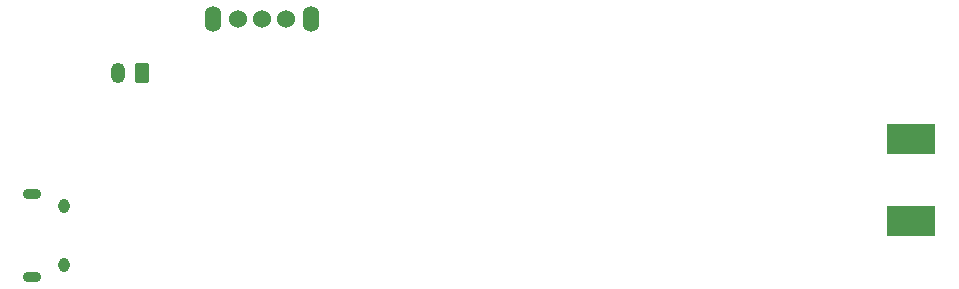
<source format=gbs>
G04 #@! TF.GenerationSoftware,KiCad,Pcbnew,(6.0.7)*
G04 #@! TF.CreationDate,2022-10-05T21:11:47-04:00*
G04 #@! TF.ProjectId,Dogometer_v1,446f676f-6d65-4746-9572-5f76312e6b69,rev?*
G04 #@! TF.SameCoordinates,Original*
G04 #@! TF.FileFunction,Soldermask,Bot*
G04 #@! TF.FilePolarity,Negative*
%FSLAX46Y46*%
G04 Gerber Fmt 4.6, Leading zero omitted, Abs format (unit mm)*
G04 Created by KiCad (PCBNEW (6.0.7)) date 2022-10-05 21:11:47*
%MOMM*%
%LPD*%
G01*
G04 APERTURE LIST*
G04 Aperture macros list*
%AMRoundRect*
0 Rectangle with rounded corners*
0 $1 Rounding radius*
0 $2 $3 $4 $5 $6 $7 $8 $9 X,Y pos of 4 corners*
0 Add a 4 corners polygon primitive as box body*
4,1,4,$2,$3,$4,$5,$6,$7,$8,$9,$2,$3,0*
0 Add four circle primitives for the rounded corners*
1,1,$1+$1,$2,$3*
1,1,$1+$1,$4,$5*
1,1,$1+$1,$6,$7*
1,1,$1+$1,$8,$9*
0 Add four rect primitives between the rounded corners*
20,1,$1+$1,$2,$3,$4,$5,0*
20,1,$1+$1,$4,$5,$6,$7,0*
20,1,$1+$1,$6,$7,$8,$9,0*
20,1,$1+$1,$8,$9,$2,$3,0*%
G04 Aperture macros list end*
%ADD10O,1.550000X0.890000*%
%ADD11O,0.950000X1.250000*%
%ADD12R,4.190000X2.665000*%
%ADD13C,1.524000*%
%ADD14O,1.400000X2.200000*%
%ADD15RoundRect,0.250000X0.350000X0.625000X-0.350000X0.625000X-0.350000X-0.625000X0.350000X-0.625000X0*%
%ADD16O,1.200000X1.750000*%
G04 APERTURE END LIST*
D10*
X107536000Y-102438000D03*
D11*
X110236000Y-108438000D03*
X110236000Y-103438000D03*
D10*
X107536000Y-109438000D03*
D12*
X182000000Y-97741500D03*
X182000000Y-104726500D03*
D13*
X125000000Y-87630000D03*
X127000000Y-87630000D03*
X129000000Y-87630000D03*
D14*
X131150000Y-87630000D03*
X122850000Y-87630000D03*
D15*
X116840000Y-92202000D03*
D16*
X114840000Y-92202000D03*
M02*

</source>
